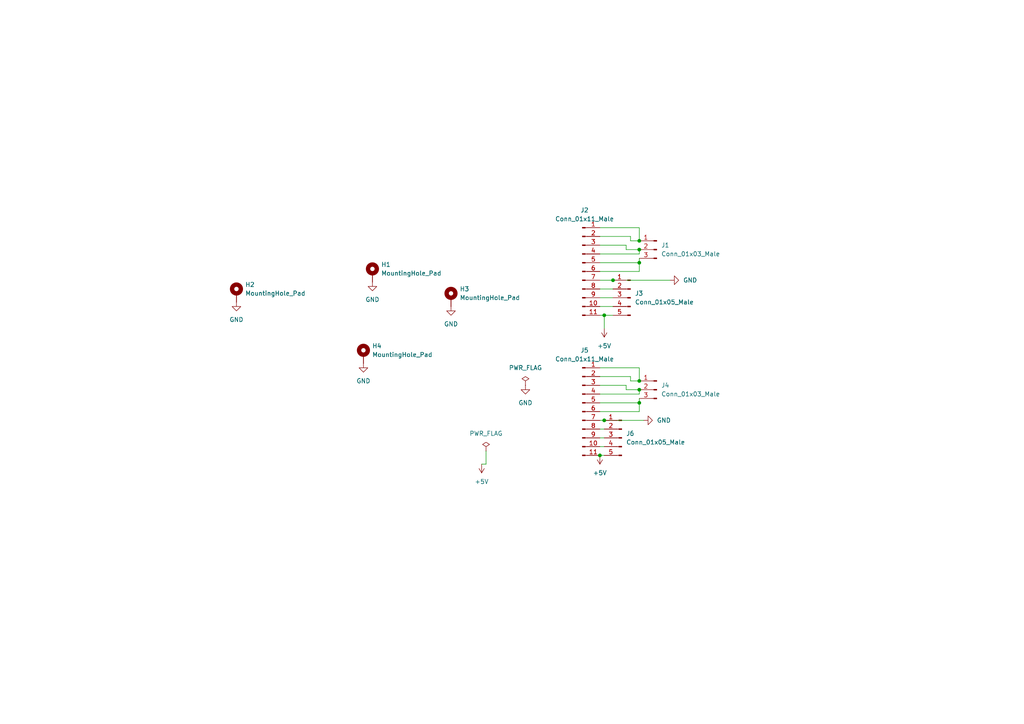
<source format=kicad_sch>
(kicad_sch (version 20211123) (generator eeschema)
  (paper "A4")
  (lib_symbols
    (symbol "Connector:Conn_01x03_Male" (pin_names (offset 1.016) hide)
      (property "Reference" "J" (at 0 5.08 0))
      (property "Value" "Conn_01x03_Male" (at 0 -5.08 0))
      (symbol "Conn_01x03_Male_1_1"
        (polyline (pts (xy 1.27 -2.54) (xy 0.8636 -2.54)) (stroke (width 0.1524)))
        (polyline (pts (xy 1.27 0) (xy 0.8636 0)) (stroke (width 0.1524)))
        (polyline (pts (xy 1.27 2.54) (xy 0.8636 2.54)) (stroke (width 0.1524)))
        (rectangle (start 0.8636 -2.413) (end 0 -2.667) (stroke (width 0.1524)) (fill (type outline)))
        (rectangle (start 0.8636 0.127) (end 0 -0.127) (stroke (width 0.1524)) (fill (type outline)))
        (rectangle (start 0.8636 2.667) (end 0 2.413) (stroke (width 0.1524)) (fill (type outline)))
        (pin passive line (at 5.08 2.54 180) (length 3.81) (name "Pin_1") (number "1"))
        (pin passive line (at 5.08 0 180) (length 3.81) (name "Pin_2") (number "2"))
        (pin passive line (at 5.08 -2.54 180) (length 3.81) (name "Pin_3") (number "3"))
      )
    )
    (symbol "Connector:Conn_01x05_Male" (pin_names (offset 1.016) hide)
      (property "Reference" "J" (at 0 7.62 0))
      (property "Value" "Conn_01x05_Male" (at 0 -7.62 0))
      (symbol "Conn_01x05_Male_1_1"
        (polyline (pts (xy 1.27 -5.08) (xy 0.8636 -5.08)) (stroke (width 0.1524)))
        (polyline (pts (xy 1.27 -2.54) (xy 0.8636 -2.54)) (stroke (width 0.1524)))
        (polyline (pts (xy 1.27 0) (xy 0.8636 0)) (stroke (width 0.1524)))
        (polyline (pts (xy 1.27 2.54) (xy 0.8636 2.54)) (stroke (width 0.1524)))
        (polyline (pts (xy 1.27 5.08) (xy 0.8636 5.08)) (stroke (width 0.1524)))
        (rectangle (start 0.8636 -4.953) (end 0 -5.207) (stroke (width 0.1524)) (fill (type outline)))
        (rectangle (start 0.8636 -2.413) (end 0 -2.667) (stroke (width 0.1524)) (fill (type outline)))
        (rectangle (start 0.8636 0.127) (end 0 -0.127) (stroke (width 0.1524)) (fill (type outline)))
        (rectangle (start 0.8636 2.667) (end 0 2.413) (stroke (width 0.1524)) (fill (type outline)))
        (rectangle (start 0.8636 5.207) (end 0 4.953) (stroke (width 0.1524)) (fill (type outline)))
        (pin passive line (at 5.08 5.08 180) (length 3.81) (name "Pin_1") (number "1"))
        (pin passive line (at 5.08 2.54 180) (length 3.81) (name "Pin_2") (number "2"))
        (pin passive line (at 5.08 0 180) (length 3.81) (name "Pin_3") (number "3"))
        (pin passive line (at 5.08 -2.54 180) (length 3.81) (name "Pin_4") (number "4"))
        (pin passive line (at 5.08 -5.08 180) (length 3.81) (name "Pin_5") (number "5"))
      )
    )
    (symbol "Connector:Conn_01x11_Male" (pin_names (offset 1.016) hide)
      (property "Reference" "J" (at 0 15.24 0))
      (property "Value" "Conn_01x11_Male" (at 0 -15.24 0))
      (symbol "Conn_01x11_Male_1_1"
        (polyline (pts (xy 1.27 -12.7) (xy 0.8636 -12.7)) (stroke (width 0.1524)))
        (polyline (pts (xy 1.27 -10.16) (xy 0.8636 -10.16)) (stroke (width 0.1524)))
        (polyline (pts (xy 1.27 -7.62) (xy 0.8636 -7.62)) (stroke (width 0.1524)))
        (polyline (pts (xy 1.27 -5.08) (xy 0.8636 -5.08)) (stroke (width 0.1524)))
        (polyline (pts (xy 1.27 -2.54) (xy 0.8636 -2.54)) (stroke (width 0.1524)))
        (polyline (pts (xy 1.27 0) (xy 0.8636 0)) (stroke (width 0.1524)))
        (polyline (pts (xy 1.27 2.54) (xy 0.8636 2.54)) (stroke (width 0.1524)))
        (polyline (pts (xy 1.27 5.08) (xy 0.8636 5.08)) (stroke (width 0.1524)))
        (polyline (pts (xy 1.27 7.62) (xy 0.8636 7.62)) (stroke (width 0.1524)))
        (polyline (pts (xy 1.27 10.16) (xy 0.8636 10.16)) (stroke (width 0.1524)))
        (polyline (pts (xy 1.27 12.7) (xy 0.8636 12.7)) (stroke (width 0.1524)))
        (rectangle (start 0.8636 -12.573) (end 0 -12.827) (stroke (width 0.1524)) (fill (type outline)))
        (rectangle (start 0.8636 -10.033) (end 0 -10.287) (stroke (width 0.1524)) (fill (type outline)))
        (rectangle (start 0.8636 -7.493) (end 0 -7.747) (stroke (width 0.1524)) (fill (type outline)))
        (rectangle (start 0.8636 -4.953) (end 0 -5.207) (stroke (width 0.1524)) (fill (type outline)))
        (rectangle (start 0.8636 -2.413) (end 0 -2.667) (stroke (width 0.1524)) (fill (type outline)))
        (rectangle (start 0.8636 0.127) (end 0 -0.127) (stroke (width 0.1524)) (fill (type outline)))
        (rectangle (start 0.8636 2.667) (end 0 2.413) (stroke (width 0.1524)) (fill (type outline)))
        (rectangle (start 0.8636 5.207) (end 0 4.953) (stroke (width 0.1524)) (fill (type outline)))
        (rectangle (start 0.8636 7.747) (end 0 7.493) (stroke (width 0.1524)) (fill (type outline)))
        (rectangle (start 0.8636 10.287) (end 0 10.033) (stroke (width 0.1524)) (fill (type outline)))
        (rectangle (start 0.8636 12.827) (end 0 12.573) (stroke (width 0.1524)) (fill (type outline)))
        (pin passive line (at 5.08 12.7 180) (length 3.81) (name "Pin_1") (number "1"))
        (pin passive line (at 5.08 -10.16 180) (length 3.81) (name "Pin_10") (number "10"))
        (pin passive line (at 5.08 -12.7 180) (length 3.81) (name "Pin_11") (number "11"))
        (pin passive line (at 5.08 10.16 180) (length 3.81) (name "Pin_2") (number "2"))
        (pin passive line (at 5.08 7.62 180) (length 3.81) (name "Pin_3") (number "3"))
        (pin passive line (at 5.08 5.08 180) (length 3.81) (name "Pin_4") (number "4"))
        (pin passive line (at 5.08 2.54 180) (length 3.81) (name "Pin_5") (number "5"))
        (pin passive line (at 5.08 0 180) (length 3.81) (name "Pin_6") (number "6"))
        (pin passive line (at 5.08 -2.54 180) (length 3.81) (name "Pin_7") (number "7"))
        (pin passive line (at 5.08 -5.08 180) (length 3.81) (name "Pin_8") (number "8"))
        (pin passive line (at 5.08 -7.62 180) (length 3.81) (name "Pin_9") (number "9"))
      )
    )
    (symbol "Mechanical:MountingHole_Pad" (pin_numbers hide) (pin_names (offset 1.016) hide)
      (property "Reference" "H" (at 0 6.35 0))
      (property "Value" "MountingHole_Pad" (at 0 4.445 0))
      (symbol "MountingHole_Pad_0_1"
        (circle (center 0 1.27) (radius 1.27) (stroke (width 1.27)))
      )
      (symbol "MountingHole_Pad_1_1"
        (pin input line (at 0 -2.54 90) (length 2.54) (name "1") (number "1"))
      )
    )
    (symbol "power:+5V" (power) (pin_names (offset 0))
      (property "Value" "+5V" (at 0 3.556 0))
      (symbol "+5V_0_1"
        (polyline (pts (xy -0.762 1.27) (xy 0 2.54)))
        (polyline (pts (xy 0 0) (xy 0 2.54)))
        (polyline (pts (xy 0 2.54) (xy 0.762 1.27)))
      )
      (symbol "+5V_1_1"
        (pin power_in line (at 0 0 90) (length 0) hide (name "+5V") (number "1"))
      )
    )
    (symbol "power:GND" (power) (pin_names (offset 0))
      (property "Value" "GND" (at 0 -3.81 0))
      (symbol "GND_0_1"
        (polyline (pts (xy 0 0) (xy 0 -1.27) (xy 1.27 -1.27) (xy 0 -2.54) (xy -1.27 -1.27) (xy 0 -1.27)))
      )
      (symbol "GND_1_1"
        (pin power_in line (at 0 0 270) (length 0) hide (name "GND") (number "1"))
      )
    )
    (symbol "power:PWR_FLAG" (power) (pin_numbers hide) (pin_names (offset 0) hide)
      (property "Value" "PWR_FLAG" (at 0 3.81 0))
      (symbol "PWR_FLAG_0_0"
        (pin power_out line (at 0 0 90) (length 0) (name "pwr") (number "1"))
      )
      (symbol "PWR_FLAG_0_1"
        (polyline (pts (xy 0 0) (xy 0 1.27) (xy -1.016 1.905) (xy 0 2.54) (xy 1.016 1.905) (xy 0 1.27)))
      )
    )
  )
  (junction (at 185.42 116.84))
  (junction (at 175.26 91.44))
  (junction (at 185.42 113.03))
  (junction (at 185.42 72.39))
  (junction (at 175.26 121.92))
  (junction (at 177.8 81.28))
  (junction (at 185.42 69.85))
  (junction (at 185.42 110.49))
  (junction (at 185.42 76.2))
  (junction (at 173.99 132.08))
  (wire (pts (xy 140.97 134.62) (xy 139.7 134.62)))
  (wire (pts (xy 175.26 91.44) (xy 175.26 95.25)))
  (wire (pts (xy 185.42 116.84) (xy 185.42 115.57)))
  (wire (pts (xy 181.61 72.39) (xy 185.42 72.39)))
  (wire (pts (xy 173.99 119.38) (xy 185.42 119.38)))
  (wire (pts (xy 175.26 132.08) (xy 173.99 132.08)))
  (wire (pts (xy 175.26 129.54) (xy 173.99 129.54)))
  (wire (pts (xy 173.99 68.58) (xy 182.88 68.58)))
  (wire (pts (xy 177.8 88.9) (xy 173.99 88.9)))
  (wire (pts (xy 185.42 106.68) (xy 185.42 110.49)))
  (wire (pts (xy 175.26 91.44) (xy 173.99 91.44)))
  (wire (pts (xy 185.42 78.74) (xy 185.42 76.2)))
  (wire (pts (xy 181.61 111.76) (xy 181.61 113.03)))
  (wire (pts (xy 173.99 71.12) (xy 181.61 71.12)))
  (wire (pts (xy 185.42 72.39) (xy 185.42 73.66)))
  (wire (pts (xy 173.99 78.74) (xy 185.42 78.74)))
  (wire (pts (xy 177.8 86.36) (xy 173.99 86.36)))
  (wire (pts (xy 177.8 91.44) (xy 175.26 91.44)))
  (wire (pts (xy 175.26 121.92) (xy 186.69 121.92)))
  (wire (pts (xy 185.42 113.03) (xy 185.42 114.3)))
  (wire (pts (xy 173.99 66.04) (xy 185.42 66.04)))
  (wire (pts (xy 177.8 83.82) (xy 173.99 83.82)))
  (wire (pts (xy 185.42 66.04) (xy 185.42 69.85)))
  (wire (pts (xy 175.26 124.46) (xy 173.99 124.46)))
  (wire (pts (xy 175.26 127) (xy 173.99 127)))
  (wire (pts (xy 173.99 81.28) (xy 177.8 81.28)))
  (wire (pts (xy 175.26 121.92) (xy 173.99 121.92)))
  (wire (pts (xy 173.99 111.76) (xy 181.61 111.76)))
  (wire (pts (xy 181.61 71.12) (xy 181.61 72.39)))
  (wire (pts (xy 173.99 76.2) (xy 185.42 76.2)))
  (wire (pts (xy 185.42 119.38) (xy 185.42 116.84)))
  (wire (pts (xy 177.8 81.28) (xy 194.31 81.28)))
  (wire (pts (xy 185.42 76.2) (xy 185.42 74.93)))
  (wire (pts (xy 173.99 73.66) (xy 185.42 73.66)))
  (wire (pts (xy 182.88 109.22) (xy 182.88 110.49)))
  (wire (pts (xy 173.99 109.22) (xy 182.88 109.22)))
  (wire (pts (xy 173.99 116.84) (xy 185.42 116.84)))
  (wire (pts (xy 182.88 68.58) (xy 182.88 69.85)))
  (wire (pts (xy 173.99 106.68) (xy 185.42 106.68)))
  (wire (pts (xy 182.88 110.49) (xy 185.42 110.49)))
  (wire (pts (xy 140.97 130.81) (xy 140.97 134.62)))
  (wire (pts (xy 173.99 114.3) (xy 185.42 114.3)))
  (wire (pts (xy 182.88 69.85) (xy 185.42 69.85)))
  (wire (pts (xy 181.61 113.03) (xy 185.42 113.03)))
  (symbol (lib_id "power:GND") (at 105.41 105.41 0) (unit 1)
    (property "Reference" "#PWR06" (effects hide))
    (property "Value" "GND" (at 105.41 110.49 0))
  )
  (symbol (lib_id "Connector:Conn_01x03_Male") (at 190.5 113.03 0) (mirror y) (unit 1)
    (property "Reference" "J4" (at 191.77 111.7599 0) (effects (justify right)))
    (property "Value" "Conn_01x03_Male" (at 191.77 114.2999 0) (effects (justify right)))
    (property "Footprint" "Conn mot block:CUI_TBP02R1-381-03BE" (effects hide))
  )
  (symbol (lib_id "power:GND") (at 108.0198 81.8066 0) (unit 1)
    (property "Reference" "#PWR02" (effects hide))
    (property "Value" "GND" (at 108.0198 86.8866 0))
  )
  (symbol (lib_id "power:GND") (at 194.31 81.28 90) (unit 1)
    (property "Reference" "#PWR01" (effects hide))
    (property "Value" "GND" (at 198.12 81.2799 90) (effects (justify right)))
  )
  (symbol (lib_id "power:GND") (at 68.58 87.63 0) (unit 1)
    (property "Reference" "#PWR03" (effects hide))
    (property "Value" "GND" (at 68.58 92.71 0))
  )
  (symbol (lib_id "power:GND") (at 152.4 111.76 0) (unit 1)
    (property "Reference" "#PWR07" (effects hide))
    (property "Value" "GND" (at 152.4 116.84 0))
  )
  (symbol (lib_id "Mechanical:MountingHole_Pad") (at 105.41 102.87 0) (unit 1)
    (property "Reference" "H4" (at 107.95 100.3299 0) (effects (justify left)))
    (property "Value" "MountingHole_Pad" (at 107.95 102.8699 0) (effects (justify left)))
    (property "Footprint" "MountingHole:MountingHole_3.2mm_M3_Pad_Via" (effects hide))
  )
  (symbol (lib_id "power:+5V") (at 175.26 95.25 180) (unit 1)
    (property "Reference" "#PWR05" (effects hide))
    (property "Value" "+5V" (at 175.26 100.33 0))
  )
  (symbol (lib_id "Connector:Conn_01x11_Male") (at 168.91 119.38 0) (unit 1)
    (property "Reference" "J5" (at 169.545 101.6 0))
    (property "Value" "Conn_01x11_Male" (at 169.545 104.14 0))
    (property "Footprint" "Conn moteur:Molex-52610-1133" (effects hide))
  )
  (symbol (lib_id "Mechanical:MountingHole_Pad") (at 68.58 85.09 0) (unit 1)
    (property "Reference" "H2" (at 71.12 82.5499 0) (effects (justify left)))
    (property "Value" "MountingHole_Pad" (at 71.12 85.0899 0) (effects (justify left)))
    (property "Footprint" "MountingHole:MountingHole_3.2mm_M3_Pad_Via" (effects hide))
    (property "Footprint" "MountingHole:MountingHole_3.2mm_M3_Pad_Via" (effects hide))
    (property "Reference" "H2" (effects hide))
    (property "Value" "MountingHole_Pad" (effects hide))
  )
  (symbol (lib_id "power:GND") (at 186.69 121.92 90) (unit 1)
    (property "Reference" "#PWR08" (effects hide))
    (property "Value" "GND" (at 190.5 121.9199 90) (effects (justify right)))
  )
  (symbol (lib_id "Connector:Conn_01x05_Male") (at 182.88 86.36 0) (mirror y) (unit 1)
    (property "Reference" "J3" (at 184.15 85.0899 0) (effects (justify right)))
    (property "Value" "Conn_01x05_Male" (at 184.15 87.6299 0) (effects (justify right)))
    (property "Footprint" "Conn mot block:CUI_TBP02R1-381-05BE" (effects hide))
  )
  (symbol (lib_id "Connector:Conn_01x11_Male") (at 168.91 78.74 0) (unit 1)
    (property "Reference" "J2" (at 169.545 60.96 0))
    (property "Value" "Conn_01x11_Male" (at 169.545 63.5 0))
    (property "Footprint" "Conn moteur:Molex-52610-1133" (effects hide))
  )
  (symbol (lib_id "Connector:Conn_01x05_Male") (at 180.34 127 0) (mirror y) (unit 1)
    (property "Reference" "J6" (at 181.61 125.7299 0) (effects (justify right)))
    (property "Value" "Conn_01x05_Male" (at 181.61 128.2699 0) (effects (justify right)))
    (property "Footprint" "Conn mot block:CUI_TBP02R1-381-05BE" (effects hide))
  )
  (symbol (lib_id "Mechanical:MountingHole_Pad") (at 108.0198 79.2666 0) (unit 1)
    (property "Reference" "H1" (at 110.5598 76.7265 0) (effects (justify left)))
    (property "Value" "MountingHole_Pad" (at 110.5598 79.2665 0) (effects (justify left)))
    (property "Footprint" "MountingHole:MountingHole_3.2mm_M3_Pad_Via" (effects hide))
  )
  (symbol (lib_id "power:+5V") (at 173.99 132.08 180) (unit 1)
    (property "Reference" "#PWR09" (effects hide))
    (property "Value" "+5V" (at 173.99 137.16 0))
  )
  (symbol (lib_id "Connector:Conn_01x03_Male") (at 190.5 72.39 0) (mirror y) (unit 1)
    (property "Reference" "J1" (at 191.77 71.1199 0) (effects (justify right)))
    (property "Value" "Conn_01x03_Male" (at 191.77 73.6599 0) (effects (justify right)))
    (property "Footprint" "Conn mot block:CUI_TBP02R1-381-03BE" (effects hide))
  )
  (symbol (lib_id "Mechanical:MountingHole_Pad") (at 130.81 86.36 0) (unit 1)
    (property "Reference" "H3" (at 133.35 83.8199 0) (effects (justify left)))
    (property "Value" "MountingHole_Pad" (at 133.35 86.3599 0) (effects (justify left)))
    (property "Footprint" "MountingHole:MountingHole_3.2mm_M3_Pad_Via" (effects hide))
  )
  (symbol (lib_id "power:PWR_FLAG") (at 140.97 130.81 0) (unit 1)
    (property "Reference" "#FLG02" (effects hide))
    (property "Value" "PWR_FLAG" (at 140.97 125.73 0))
  )
  (symbol (lib_id "power:+5V") (at 139.7 134.62 180) (unit 1)
    (property "Reference" "#PWR010" (effects hide))
    (property "Value" "+5V" (at 139.7 139.7 0))
  )
  (symbol (lib_id "power:GND") (at 130.81 88.9 0) (unit 1)
    (property "Reference" "#PWR04" (effects hide))
    (property "Value" "GND" (at 130.81 93.98 0))
  )
  (symbol (lib_id "power:PWR_FLAG") (at 152.4 111.76 0) (unit 1)
    (property "Reference" "#FLG01" (effects hide))
    (property "Value" "PWR_FLAG" (at 152.4 106.68 0))
  )
)
</source>
